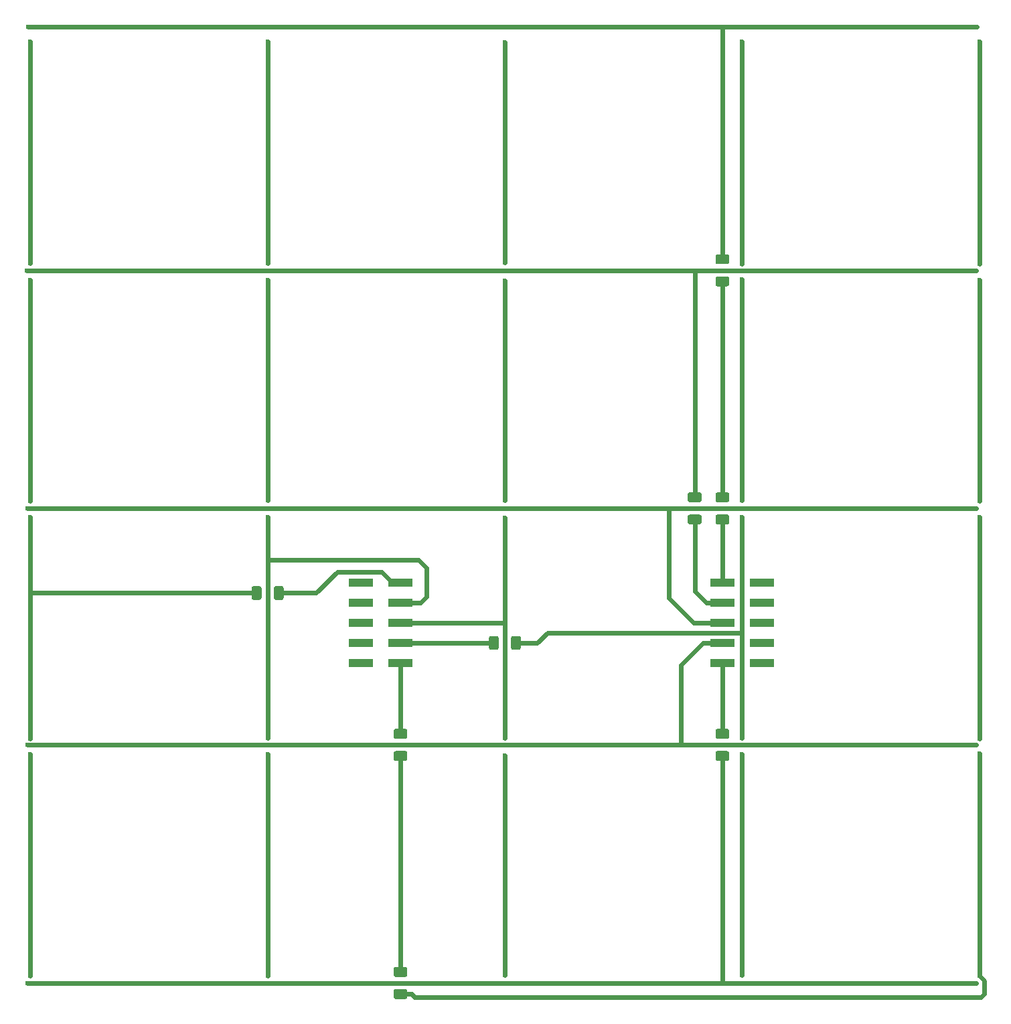
<source format=gbr>
%TF.GenerationSoftware,KiCad,Pcbnew,5.99.0-unknown-acf13a186~104~ubuntu20.04.1*%
%TF.CreationDate,2020-09-23T10:38:41+02:00*%
%TF.ProjectId,leds,6c656473-2e6b-4696-9361-645f70636258,rev?*%
%TF.SameCoordinates,Original*%
%TF.FileFunction,Copper,L2,Bot*%
%TF.FilePolarity,Positive*%
%FSLAX46Y46*%
G04 Gerber Fmt 4.6, Leading zero omitted, Abs format (unit mm)*
G04 Created by KiCad (PCBNEW 5.99.0-unknown-acf13a186~104~ubuntu20.04.1) date 2020-09-23 10:38:41*
%MOMM*%
%LPD*%
G01*
G04 APERTURE LIST*
%TA.AperFunction,SMDPad,CuDef*%
%ADD10R,3.150000X1.000000*%
%TD*%
%TA.AperFunction,ViaPad*%
%ADD11C,0.600000*%
%TD*%
%TA.AperFunction,Conductor*%
%ADD12C,0.600000*%
%TD*%
G04 APERTURE END LIST*
%TO.P,R108,2*%
%TO.N,CS1*%
%TA.AperFunction,SMDPad,CuDef*%
G36*
G01*
X116175000Y-165675000D02*
X117425000Y-165675000D01*
G75*
G02*
X117675000Y-165925000I0J-250000D01*
G01*
X117675000Y-166675000D01*
G75*
G02*
X117425000Y-166925000I-250000J0D01*
G01*
X116175000Y-166925000D01*
G75*
G02*
X115925000Y-166675000I0J250000D01*
G01*
X115925000Y-165925000D01*
G75*
G02*
X116175000Y-165675000I250000J0D01*
G01*
G37*
%TD.AperFunction*%
%TO.P,R108,1*%
%TO.N,Net-(R107-Pad2)*%
%TA.AperFunction,SMDPad,CuDef*%
G36*
G01*
X116175000Y-162875000D02*
X117425000Y-162875000D01*
G75*
G02*
X117675000Y-163125000I0J-250000D01*
G01*
X117675000Y-163875000D01*
G75*
G02*
X117425000Y-164125000I-250000J0D01*
G01*
X116175000Y-164125000D01*
G75*
G02*
X115925000Y-163875000I0J250000D01*
G01*
X115925000Y-163125000D01*
G75*
G02*
X116175000Y-162875000I250000J0D01*
G01*
G37*
%TD.AperFunction*%
%TD*%
%TO.P,R107,2*%
%TO.N,Net-(R107-Pad2)*%
%TA.AperFunction,SMDPad,CuDef*%
G36*
G01*
X116175000Y-135575000D02*
X117425000Y-135575000D01*
G75*
G02*
X117675000Y-135825000I0J-250000D01*
G01*
X117675000Y-136575000D01*
G75*
G02*
X117425000Y-136825000I-250000J0D01*
G01*
X116175000Y-136825000D01*
G75*
G02*
X115925000Y-136575000I0J250000D01*
G01*
X115925000Y-135825000D01*
G75*
G02*
X116175000Y-135575000I250000J0D01*
G01*
G37*
%TD.AperFunction*%
%TO.P,R107,1*%
%TO.N,Net-(J101-Pad2)*%
%TA.AperFunction,SMDPad,CuDef*%
G36*
G01*
X116175000Y-132775000D02*
X117425000Y-132775000D01*
G75*
G02*
X117675000Y-133025000I0J-250000D01*
G01*
X117675000Y-133775000D01*
G75*
G02*
X117425000Y-134025000I-250000J0D01*
G01*
X116175000Y-134025000D01*
G75*
G02*
X115925000Y-133775000I0J250000D01*
G01*
X115925000Y-133025000D01*
G75*
G02*
X116175000Y-132775000I250000J0D01*
G01*
G37*
%TD.AperFunction*%
%TD*%
%TO.P,R106,2*%
%TO.N,CS2*%
%TA.AperFunction,SMDPad,CuDef*%
G36*
G01*
X130775000Y-122525000D02*
X130775000Y-121275000D01*
G75*
G02*
X131025000Y-121025000I250000J0D01*
G01*
X131775000Y-121025000D01*
G75*
G02*
X132025000Y-121275000I0J-250000D01*
G01*
X132025000Y-122525000D01*
G75*
G02*
X131775000Y-122775000I-250000J0D01*
G01*
X131025000Y-122775000D01*
G75*
G02*
X130775000Y-122525000I0J250000D01*
G01*
G37*
%TD.AperFunction*%
%TO.P,R106,1*%
%TO.N,Net-(J101-Pad4)*%
%TA.AperFunction,SMDPad,CuDef*%
G36*
G01*
X127975000Y-122525000D02*
X127975000Y-121275000D01*
G75*
G02*
X128225000Y-121025000I250000J0D01*
G01*
X128975000Y-121025000D01*
G75*
G02*
X129225000Y-121275000I0J-250000D01*
G01*
X129225000Y-122525000D01*
G75*
G02*
X128975000Y-122775000I-250000J0D01*
G01*
X128225000Y-122775000D01*
G75*
G02*
X127975000Y-122525000I0J250000D01*
G01*
G37*
%TD.AperFunction*%
%TD*%
%TO.P,R105,2*%
%TO.N,CS5*%
%TA.AperFunction,SMDPad,CuDef*%
G36*
G01*
X99225000Y-114975000D02*
X99225000Y-116225000D01*
G75*
G02*
X98975000Y-116475000I-250000J0D01*
G01*
X98225000Y-116475000D01*
G75*
G02*
X97975000Y-116225000I0J250000D01*
G01*
X97975000Y-114975000D01*
G75*
G02*
X98225000Y-114725000I250000J0D01*
G01*
X98975000Y-114725000D01*
G75*
G02*
X99225000Y-114975000I0J-250000D01*
G01*
G37*
%TD.AperFunction*%
%TO.P,R105,1*%
%TO.N,Net-(J101-Pad10)*%
%TA.AperFunction,SMDPad,CuDef*%
G36*
G01*
X102025000Y-114975000D02*
X102025000Y-116225000D01*
G75*
G02*
X101775000Y-116475000I-250000J0D01*
G01*
X101025000Y-116475000D01*
G75*
G02*
X100775000Y-116225000I0J250000D01*
G01*
X100775000Y-114975000D01*
G75*
G02*
X101025000Y-114725000I250000J0D01*
G01*
X101775000Y-114725000D01*
G75*
G02*
X102025000Y-114975000I0J-250000D01*
G01*
G37*
%TD.AperFunction*%
%TD*%
%TO.P,R104,2*%
%TO.N,Net-(R103-Pad1)*%
%TA.AperFunction,SMDPad,CuDef*%
G36*
G01*
X156875000Y-75575000D02*
X158125000Y-75575000D01*
G75*
G02*
X158375000Y-75825000I0J-250000D01*
G01*
X158375000Y-76575000D01*
G75*
G02*
X158125000Y-76825000I-250000J0D01*
G01*
X156875000Y-76825000D01*
G75*
G02*
X156625000Y-76575000I0J250000D01*
G01*
X156625000Y-75825000D01*
G75*
G02*
X156875000Y-75575000I250000J0D01*
G01*
G37*
%TD.AperFunction*%
%TO.P,R104,1*%
%TO.N,SW5*%
%TA.AperFunction,SMDPad,CuDef*%
G36*
G01*
X156875000Y-72775000D02*
X158125000Y-72775000D01*
G75*
G02*
X158375000Y-73025000I0J-250000D01*
G01*
X158375000Y-73775000D01*
G75*
G02*
X158125000Y-74025000I-250000J0D01*
G01*
X156875000Y-74025000D01*
G75*
G02*
X156625000Y-73775000I0J250000D01*
G01*
X156625000Y-73025000D01*
G75*
G02*
X156875000Y-72775000I250000J0D01*
G01*
G37*
%TD.AperFunction*%
%TD*%
%TO.P,R103,2*%
%TO.N,Net-(J102-Pad9)*%
%TA.AperFunction,SMDPad,CuDef*%
G36*
G01*
X156875000Y-105675000D02*
X158125000Y-105675000D01*
G75*
G02*
X158375000Y-105925000I0J-250000D01*
G01*
X158375000Y-106675000D01*
G75*
G02*
X158125000Y-106925000I-250000J0D01*
G01*
X156875000Y-106925000D01*
G75*
G02*
X156625000Y-106675000I0J250000D01*
G01*
X156625000Y-105925000D01*
G75*
G02*
X156875000Y-105675000I250000J0D01*
G01*
G37*
%TD.AperFunction*%
%TO.P,R103,1*%
%TO.N,Net-(R103-Pad1)*%
%TA.AperFunction,SMDPad,CuDef*%
G36*
G01*
X156875000Y-102875000D02*
X158125000Y-102875000D01*
G75*
G02*
X158375000Y-103125000I0J-250000D01*
G01*
X158375000Y-103875000D01*
G75*
G02*
X158125000Y-104125000I-250000J0D01*
G01*
X156875000Y-104125000D01*
G75*
G02*
X156625000Y-103875000I0J250000D01*
G01*
X156625000Y-103125000D01*
G75*
G02*
X156875000Y-102875000I250000J0D01*
G01*
G37*
%TD.AperFunction*%
%TD*%
%TO.P,R102,2*%
%TO.N,Net-(J102-Pad7)*%
%TA.AperFunction,SMDPad,CuDef*%
G36*
G01*
X153375000Y-105675000D02*
X154625000Y-105675000D01*
G75*
G02*
X154875000Y-105925000I0J-250000D01*
G01*
X154875000Y-106675000D01*
G75*
G02*
X154625000Y-106925000I-250000J0D01*
G01*
X153375000Y-106925000D01*
G75*
G02*
X153125000Y-106675000I0J250000D01*
G01*
X153125000Y-105925000D01*
G75*
G02*
X153375000Y-105675000I250000J0D01*
G01*
G37*
%TD.AperFunction*%
%TO.P,R102,1*%
%TO.N,SW4*%
%TA.AperFunction,SMDPad,CuDef*%
G36*
G01*
X153375000Y-102875000D02*
X154625000Y-102875000D01*
G75*
G02*
X154875000Y-103125000I0J-250000D01*
G01*
X154875000Y-103875000D01*
G75*
G02*
X154625000Y-104125000I-250000J0D01*
G01*
X153375000Y-104125000D01*
G75*
G02*
X153125000Y-103875000I0J250000D01*
G01*
X153125000Y-103125000D01*
G75*
G02*
X153375000Y-102875000I250000J0D01*
G01*
G37*
%TD.AperFunction*%
%TD*%
%TO.P,R101,2*%
%TO.N,Net-(J102-Pad1)*%
%TA.AperFunction,SMDPad,CuDef*%
G36*
G01*
X158125000Y-134025000D02*
X156875000Y-134025000D01*
G75*
G02*
X156625000Y-133775000I0J250000D01*
G01*
X156625000Y-133025000D01*
G75*
G02*
X156875000Y-132775000I250000J0D01*
G01*
X158125000Y-132775000D01*
G75*
G02*
X158375000Y-133025000I0J-250000D01*
G01*
X158375000Y-133775000D01*
G75*
G02*
X158125000Y-134025000I-250000J0D01*
G01*
G37*
%TD.AperFunction*%
%TO.P,R101,1*%
%TO.N,SW1*%
%TA.AperFunction,SMDPad,CuDef*%
G36*
G01*
X158125000Y-136825000D02*
X156875000Y-136825000D01*
G75*
G02*
X156625000Y-136575000I0J250000D01*
G01*
X156625000Y-135825000D01*
G75*
G02*
X156875000Y-135575000I250000J0D01*
G01*
X158125000Y-135575000D01*
G75*
G02*
X158375000Y-135825000I0J-250000D01*
G01*
X158375000Y-136575000D01*
G75*
G02*
X158125000Y-136825000I-250000J0D01*
G01*
G37*
%TD.AperFunction*%
%TD*%
D10*
%TO.P,J102,1,Pin_1*%
%TO.N,Net-(J102-Pad1)*%
X157495000Y-124460000D03*
%TO.P,J102,2,Pin_2*%
%TO.N,Net-(J102-Pad2)*%
X162545000Y-124460000D03*
%TO.P,J102,3,Pin_3*%
%TO.N,SW2*%
X157495000Y-121920000D03*
%TO.P,J102,4,Pin_4*%
%TO.N,Net-(J102-Pad4)*%
X162545000Y-121920000D03*
%TO.P,J102,5,Pin_5*%
%TO.N,SW3*%
X157495000Y-119380000D03*
%TO.P,J102,6,Pin_6*%
%TO.N,Net-(J102-Pad6)*%
X162545000Y-119380000D03*
%TO.P,J102,7,Pin_7*%
%TO.N,Net-(J102-Pad7)*%
X157495000Y-116840000D03*
%TO.P,J102,8,Pin_8*%
%TO.N,Net-(J102-Pad8)*%
X162545000Y-116840000D03*
%TO.P,J102,9,Pin_9*%
%TO.N,Net-(J102-Pad9)*%
X157495000Y-114300000D03*
%TO.P,J102,10,Pin_10*%
%TO.N,Net-(J102-Pad10)*%
X162545000Y-114300000D03*
%TD*%
%TO.P,J101,10,Pin_10*%
%TO.N,Net-(J101-Pad10)*%
X116825000Y-114300000D03*
%TO.P,J101,9,Pin_9*%
%TO.N,Net-(J101-Pad9)*%
X111775000Y-114300000D03*
%TO.P,J101,8,Pin_8*%
%TO.N,CS4*%
X116825000Y-116840000D03*
%TO.P,J101,7,Pin_7*%
%TO.N,Net-(J101-Pad7)*%
X111775000Y-116840000D03*
%TO.P,J101,6,Pin_6*%
%TO.N,CS3*%
X116825000Y-119380000D03*
%TO.P,J101,5,Pin_5*%
%TO.N,Net-(J101-Pad5)*%
X111775000Y-119380000D03*
%TO.P,J101,4,Pin_4*%
%TO.N,Net-(J101-Pad4)*%
X116825000Y-121920000D03*
%TO.P,J101,3,Pin_3*%
%TO.N,Net-(J101-Pad3)*%
X111775000Y-121920000D03*
%TO.P,J101,2,Pin_2*%
%TO.N,Net-(J101-Pad2)*%
X116825000Y-124460000D03*
%TO.P,J101,1,Pin_1*%
%TO.N,Net-(J101-Pad1)*%
X111775000Y-124460000D03*
%TD*%
D11*
%TO.N,SW1*%
X99600000Y-164900000D03*
X129600000Y-164900000D03*
X159600000Y-164900000D03*
X69600000Y-164900000D03*
X189600000Y-164900000D03*
%TO.N,CS5*%
X70000000Y-136000000D03*
X70000000Y-164000000D03*
X70000000Y-134000000D03*
X70000000Y-106000000D03*
X70000000Y-104000000D03*
X70000000Y-76000000D03*
X70000000Y-45900000D03*
X70000000Y-73900000D03*
%TO.N,CS1*%
X190000000Y-135900000D03*
X190000000Y-164000000D03*
X190000000Y-106000000D03*
X190000000Y-134000000D03*
X190000000Y-76000000D03*
X190000000Y-104000000D03*
X190000000Y-74000000D03*
X190000000Y-45900000D03*
%TO.N,CS2*%
X160000000Y-136000000D03*
X160000000Y-163900000D03*
X160000000Y-106000000D03*
X160000000Y-133900000D03*
X160000000Y-103900000D03*
X160000000Y-75900000D03*
X160000000Y-74000000D03*
X160000000Y-45900000D03*
%TO.N,CS4*%
X100000000Y-164000000D03*
X100000000Y-136000000D03*
X100000000Y-106000000D03*
X100000000Y-133900000D03*
%TO.N,SW3*%
X99600000Y-104900000D03*
%TO.N,CS4*%
X100000000Y-76000000D03*
X100000000Y-103900000D03*
X100000000Y-73900000D03*
X100000000Y-45900000D03*
%TO.N,CS3*%
X130000000Y-163900000D03*
X130000000Y-136100000D03*
X130000000Y-106100000D03*
X130000000Y-133900000D03*
%TO.N,SW2*%
X129600000Y-134800000D03*
X159600000Y-134800000D03*
X189600000Y-134800000D03*
X99600000Y-134800000D03*
X69600000Y-134800000D03*
%TO.N,SW3*%
X69600000Y-104900000D03*
X159600000Y-104900000D03*
X129600000Y-104900000D03*
X189600000Y-104900000D03*
%TO.N,SW4*%
X69500000Y-74800000D03*
X99600000Y-74800000D03*
X189600000Y-74800000D03*
X129600000Y-74800000D03*
X159600000Y-74800000D03*
%TO.N,CS3*%
X130000000Y-76100000D03*
X130000000Y-103900000D03*
X130000000Y-46000000D03*
X130000000Y-73800000D03*
%TO.N,SW5*%
X99600000Y-44000000D03*
X129600000Y-44000000D03*
X159600000Y-44000000D03*
X69700000Y-44000000D03*
X189700000Y-44000000D03*
%TD*%
D12*
%TO.N,CS5*%
X70000000Y-115600000D02*
X98600000Y-115600000D01*
%TO.N,Net-(J101-Pad10)*%
X101400000Y-115600000D02*
X106100000Y-115600000D01*
%TO.N,CS1*%
X120200000Y-166700000D02*
X118600000Y-166700000D01*
X118200000Y-166300000D02*
X118600000Y-166700000D01*
X116800000Y-166300000D02*
X118200000Y-166300000D01*
X120200000Y-166700000D02*
X190200000Y-166700000D01*
X190500000Y-164500000D02*
X190000000Y-164000000D01*
X190650000Y-166250000D02*
X190650000Y-164650000D01*
X190200000Y-166700000D02*
X190650000Y-166250000D01*
X190650000Y-164650000D02*
X190500000Y-164500000D01*
%TO.N,Net-(R107-Pad2)*%
X116800000Y-136200000D02*
X116800000Y-163500000D01*
%TO.N,CS4*%
X120100000Y-112400000D02*
X119100000Y-111400000D01*
X120100000Y-116100000D02*
X120100000Y-112400000D01*
X119100000Y-111400000D02*
X100000000Y-111400000D01*
%TO.N,Net-(J101-Pad10)*%
X106100000Y-115600000D02*
X108800000Y-112900000D01*
X108800000Y-112900000D02*
X114400000Y-112900000D01*
X114400000Y-112900000D02*
X115800000Y-114300000D01*
X115800000Y-114300000D02*
X116825000Y-114300000D01*
%TO.N,Net-(J101-Pad2)*%
X116825000Y-124460000D02*
X116825000Y-133375000D01*
X116825000Y-133375000D02*
X116800000Y-133400000D01*
%TO.N,CS2*%
X131400000Y-121900000D02*
X134100000Y-121900000D01*
X154300000Y-120600000D02*
X159900000Y-120600000D01*
X154300000Y-120600000D02*
X135400000Y-120600000D01*
X135400000Y-120600000D02*
X134100000Y-121900000D01*
%TO.N,CS5*%
X70000000Y-115600000D02*
X70000000Y-134000000D01*
X70000000Y-106000000D02*
X70000000Y-115600000D01*
%TO.N,CS4*%
X100000000Y-106000000D02*
X100000000Y-111400000D01*
X100000000Y-111400000D02*
X100000000Y-133900000D01*
X116825000Y-116840000D02*
X119360000Y-116840000D01*
X119360000Y-116840000D02*
X120100000Y-116100000D01*
%TO.N,CS2*%
X160000000Y-120500000D02*
X160000000Y-133900000D01*
X160000000Y-106000000D02*
X160000000Y-120500000D01*
X159900000Y-120600000D02*
X160000000Y-120500000D01*
%TO.N,Net-(J101-Pad4)*%
X116825000Y-121920000D02*
X128580000Y-121920000D01*
X128580000Y-121920000D02*
X128600000Y-121900000D01*
%TO.N,CS3*%
X130000000Y-119300000D02*
X130000000Y-133900000D01*
X130000000Y-106100000D02*
X130000000Y-119300000D01*
X116825000Y-119380000D02*
X129920000Y-119380000D01*
X129920000Y-119380000D02*
X130000000Y-119300000D01*
%TO.N,SW5*%
X157500000Y-44000000D02*
X159600000Y-44000000D01*
X129600000Y-44000000D02*
X157500000Y-44000000D01*
X157500000Y-73400000D02*
X157500000Y-44000000D01*
%TO.N,Net-(R103-Pad1)*%
X157500000Y-103500000D02*
X157500000Y-76200000D01*
%TO.N,SW3*%
X157495000Y-119380000D02*
X153880000Y-119380000D01*
X150700000Y-112500000D02*
X150700000Y-104900000D01*
X153880000Y-119380000D02*
X150700000Y-116200000D01*
X150700000Y-116200000D02*
X150700000Y-112500000D01*
%TO.N,SW4*%
X154000000Y-74800000D02*
X159600000Y-74800000D01*
X129600000Y-74800000D02*
X154000000Y-74800000D01*
X154000000Y-103500000D02*
X154000000Y-74800000D01*
%TO.N,SW3*%
X150700000Y-104900000D02*
X159600000Y-104900000D01*
X129600000Y-104900000D02*
X150700000Y-104900000D01*
%TO.N,Net-(J102-Pad7)*%
X157495000Y-116840000D02*
X155440000Y-116840000D01*
X155440000Y-116840000D02*
X154000000Y-115400000D01*
X154000000Y-115400000D02*
X154000000Y-106300000D01*
%TO.N,Net-(J102-Pad9)*%
X157495000Y-114300000D02*
X157495000Y-106305000D01*
X157495000Y-106305000D02*
X157500000Y-106300000D01*
%TO.N,SW1*%
X157700000Y-164900000D02*
X159600000Y-164900000D01*
X157500000Y-136200000D02*
X157500000Y-164700000D01*
X129600000Y-164900000D02*
X157700000Y-164900000D01*
X157500000Y-164700000D02*
X157700000Y-164900000D01*
%TO.N,Net-(J102-Pad1)*%
X157495000Y-124460000D02*
X157495000Y-133395000D01*
X157495000Y-133395000D02*
X157500000Y-133400000D01*
%TO.N,SW2*%
X129600000Y-134800000D02*
X152300000Y-134800000D01*
X157495000Y-121920000D02*
X155080000Y-121920000D01*
X152300000Y-134800000D02*
X159600000Y-134800000D01*
X152300000Y-124700000D02*
X152300000Y-134800000D01*
X155080000Y-121920000D02*
X152300000Y-124700000D01*
%TO.N,SW1*%
X99600000Y-164900000D02*
X129600000Y-164900000D01*
X69600000Y-164900000D02*
X99600000Y-164900000D01*
X159600000Y-164900000D02*
X189600000Y-164900000D01*
%TO.N,CS5*%
X70000000Y-136000000D02*
X70000000Y-164000000D01*
X70000000Y-76000000D02*
X70000000Y-104000000D01*
X70000000Y-45900000D02*
X70000000Y-73900000D01*
%TO.N,CS1*%
X190000000Y-135900000D02*
X190000000Y-164000000D01*
X190000000Y-106000000D02*
X190000000Y-134000000D01*
X190000000Y-76000000D02*
X190000000Y-104000000D01*
X190000000Y-45900000D02*
X190000000Y-74000000D01*
%TO.N,CS2*%
X160000000Y-136000000D02*
X160000000Y-163900000D01*
X160000000Y-75900000D02*
X160000000Y-103900000D01*
X160000000Y-45900000D02*
X160000000Y-74000000D01*
%TO.N,CS4*%
X100000000Y-136000000D02*
X100000000Y-164000000D01*
%TO.N,SW3*%
X99600000Y-104900000D02*
X69600000Y-104900000D01*
X129600000Y-104900000D02*
X99600000Y-104900000D01*
%TO.N,CS4*%
X100000000Y-76000000D02*
X100000000Y-103900000D01*
X100000000Y-45900000D02*
X100000000Y-73900000D01*
%TO.N,CS3*%
X130000000Y-136100000D02*
X130000000Y-163900000D01*
%TO.N,SW2*%
X99600000Y-134800000D02*
X129600000Y-134800000D01*
X159600000Y-134800000D02*
X189600000Y-134800000D01*
X69600000Y-134800000D02*
X99600000Y-134800000D01*
%TO.N,SW3*%
X159600000Y-104900000D02*
X189600000Y-104900000D01*
%TO.N,SW4*%
X99600000Y-74800000D02*
X69500000Y-74800000D01*
X129600000Y-74800000D02*
X99600000Y-74800000D01*
X159600000Y-74800000D02*
X189600000Y-74800000D01*
%TO.N,CS3*%
X130000000Y-76100000D02*
X130000000Y-103900000D01*
X130000000Y-46000000D02*
X130000000Y-73800000D01*
%TO.N,SW5*%
X99600000Y-44000000D02*
X129600000Y-44000000D01*
X69700000Y-44000000D02*
X99600000Y-44000000D01*
X159600000Y-44000000D02*
X189700000Y-44000000D01*
%TD*%
M02*

</source>
